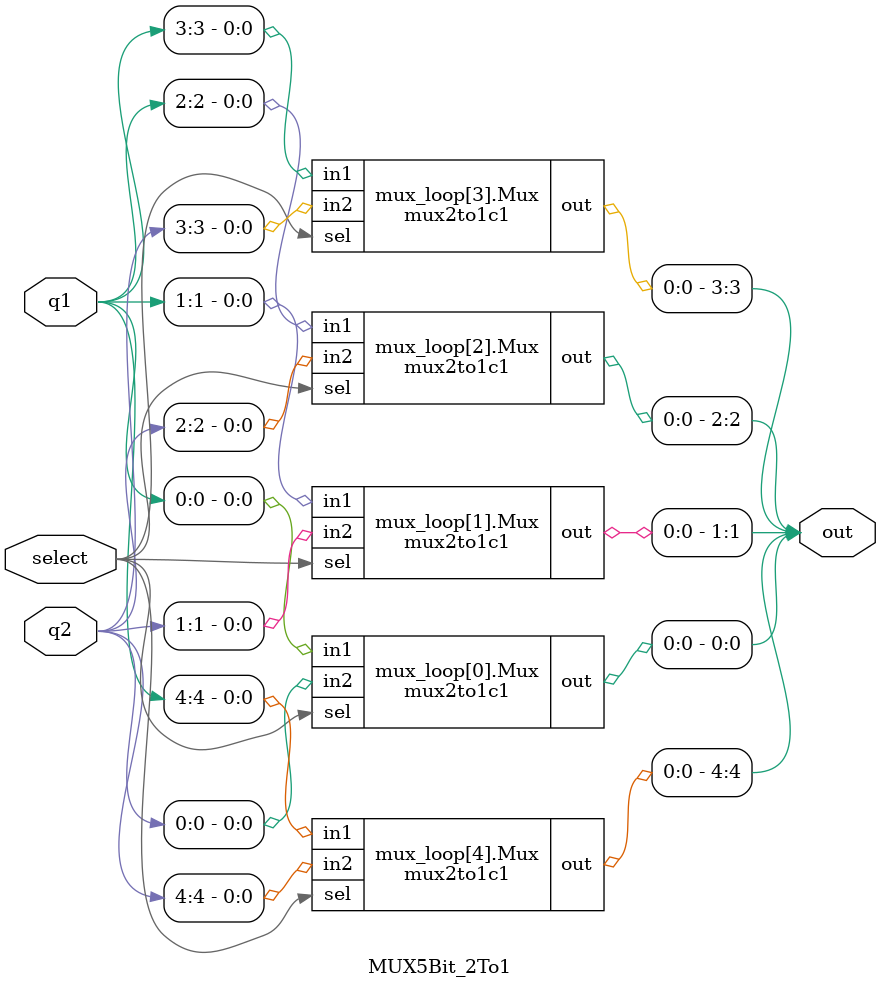
<source format=v>
module mux2to1c1(out,sel,in1,in2);

    input in1,in2,sel;
    output out;
    wire not_sel,a1,a2;
    not (not_sel,sel);
    and (a1,sel,in2);
    and (a2,not_sel,in1);
    or(out,a1,a2);
    
endmodule

module MUX5Bit_2To1(out, select, q1, q2);
	input  [4:0] q1, q2;
	input select;
	output [4:0] out;
	genvar  j;
  generate  for(j = 0; j < 5; j = j + 1)  
    begin:  mux_loop
      mux2to1c1 Mux(out[j], select, q1[j], q2[j]);
    end
  endgenerate
endmodule

/*module TBMux5Bit_2To1;
  reg [4:0] q1, q2;
  reg select;
  wire [4:0] out;
  MUX5Bit_2To1 mux(out, select, q1, q2);
  initial begin
    $monitor($time, " Q1 = %b, Q2 = %b, Select = %b, Output = %b.", q1, q2, select, out);
    #0  q1 = 5'b10101; q2 = 5'b01010; select = 1'b0;
    #50  select = 1'b1;
    #100 $finish;
  end
endmodule*/
</source>
